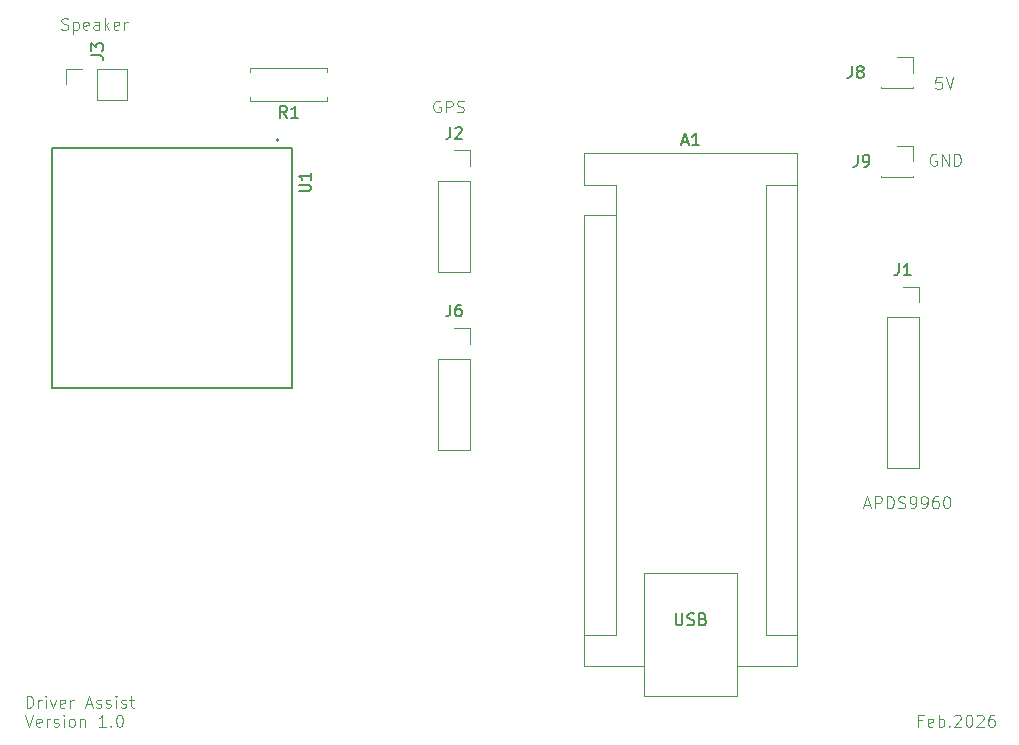
<source format=gbr>
%TF.GenerationSoftware,KiCad,Pcbnew,9.0.5*%
%TF.CreationDate,2026-02-14T18:46:13+01:00*%
%TF.ProjectId,DriveAssist_Kicad,44726976-6541-4737-9369-73745f4b6963,1.0*%
%TF.SameCoordinates,Original*%
%TF.FileFunction,Legend,Top*%
%TF.FilePolarity,Positive*%
%FSLAX46Y46*%
G04 Gerber Fmt 4.6, Leading zero omitted, Abs format (unit mm)*
G04 Created by KiCad (PCBNEW 9.0.5) date 2026-02-14 18:46:13*
%MOMM*%
%LPD*%
G01*
G04 APERTURE LIST*
%ADD10C,0.100000*%
%ADD11C,0.150000*%
%ADD12C,0.120000*%
%ADD13C,0.127000*%
%ADD14C,0.200000*%
G04 APERTURE END LIST*
D10*
X113756265Y-69324800D02*
X113899122Y-69372419D01*
X113899122Y-69372419D02*
X114137217Y-69372419D01*
X114137217Y-69372419D02*
X114232455Y-69324800D01*
X114232455Y-69324800D02*
X114280074Y-69277180D01*
X114280074Y-69277180D02*
X114327693Y-69181942D01*
X114327693Y-69181942D02*
X114327693Y-69086704D01*
X114327693Y-69086704D02*
X114280074Y-68991466D01*
X114280074Y-68991466D02*
X114232455Y-68943847D01*
X114232455Y-68943847D02*
X114137217Y-68896228D01*
X114137217Y-68896228D02*
X113946741Y-68848609D01*
X113946741Y-68848609D02*
X113851503Y-68800990D01*
X113851503Y-68800990D02*
X113803884Y-68753371D01*
X113803884Y-68753371D02*
X113756265Y-68658133D01*
X113756265Y-68658133D02*
X113756265Y-68562895D01*
X113756265Y-68562895D02*
X113803884Y-68467657D01*
X113803884Y-68467657D02*
X113851503Y-68420038D01*
X113851503Y-68420038D02*
X113946741Y-68372419D01*
X113946741Y-68372419D02*
X114184836Y-68372419D01*
X114184836Y-68372419D02*
X114327693Y-68420038D01*
X114756265Y-68705752D02*
X114756265Y-69705752D01*
X114756265Y-68753371D02*
X114851503Y-68705752D01*
X114851503Y-68705752D02*
X115041979Y-68705752D01*
X115041979Y-68705752D02*
X115137217Y-68753371D01*
X115137217Y-68753371D02*
X115184836Y-68800990D01*
X115184836Y-68800990D02*
X115232455Y-68896228D01*
X115232455Y-68896228D02*
X115232455Y-69181942D01*
X115232455Y-69181942D02*
X115184836Y-69277180D01*
X115184836Y-69277180D02*
X115137217Y-69324800D01*
X115137217Y-69324800D02*
X115041979Y-69372419D01*
X115041979Y-69372419D02*
X114851503Y-69372419D01*
X114851503Y-69372419D02*
X114756265Y-69324800D01*
X116041979Y-69324800D02*
X115946741Y-69372419D01*
X115946741Y-69372419D02*
X115756265Y-69372419D01*
X115756265Y-69372419D02*
X115661027Y-69324800D01*
X115661027Y-69324800D02*
X115613408Y-69229561D01*
X115613408Y-69229561D02*
X115613408Y-68848609D01*
X115613408Y-68848609D02*
X115661027Y-68753371D01*
X115661027Y-68753371D02*
X115756265Y-68705752D01*
X115756265Y-68705752D02*
X115946741Y-68705752D01*
X115946741Y-68705752D02*
X116041979Y-68753371D01*
X116041979Y-68753371D02*
X116089598Y-68848609D01*
X116089598Y-68848609D02*
X116089598Y-68943847D01*
X116089598Y-68943847D02*
X115613408Y-69039085D01*
X116946741Y-69372419D02*
X116946741Y-68848609D01*
X116946741Y-68848609D02*
X116899122Y-68753371D01*
X116899122Y-68753371D02*
X116803884Y-68705752D01*
X116803884Y-68705752D02*
X116613408Y-68705752D01*
X116613408Y-68705752D02*
X116518170Y-68753371D01*
X116946741Y-69324800D02*
X116851503Y-69372419D01*
X116851503Y-69372419D02*
X116613408Y-69372419D01*
X116613408Y-69372419D02*
X116518170Y-69324800D01*
X116518170Y-69324800D02*
X116470551Y-69229561D01*
X116470551Y-69229561D02*
X116470551Y-69134323D01*
X116470551Y-69134323D02*
X116518170Y-69039085D01*
X116518170Y-69039085D02*
X116613408Y-68991466D01*
X116613408Y-68991466D02*
X116851503Y-68991466D01*
X116851503Y-68991466D02*
X116946741Y-68943847D01*
X117422932Y-69372419D02*
X117422932Y-68372419D01*
X117518170Y-68991466D02*
X117803884Y-69372419D01*
X117803884Y-68705752D02*
X117422932Y-69086704D01*
X118613408Y-69324800D02*
X118518170Y-69372419D01*
X118518170Y-69372419D02*
X118327694Y-69372419D01*
X118327694Y-69372419D02*
X118232456Y-69324800D01*
X118232456Y-69324800D02*
X118184837Y-69229561D01*
X118184837Y-69229561D02*
X118184837Y-68848609D01*
X118184837Y-68848609D02*
X118232456Y-68753371D01*
X118232456Y-68753371D02*
X118327694Y-68705752D01*
X118327694Y-68705752D02*
X118518170Y-68705752D01*
X118518170Y-68705752D02*
X118613408Y-68753371D01*
X118613408Y-68753371D02*
X118661027Y-68848609D01*
X118661027Y-68848609D02*
X118661027Y-68943847D01*
X118661027Y-68943847D02*
X118184837Y-69039085D01*
X119089599Y-69372419D02*
X119089599Y-68705752D01*
X119089599Y-68896228D02*
X119137218Y-68800990D01*
X119137218Y-68800990D02*
X119184837Y-68753371D01*
X119184837Y-68753371D02*
X119280075Y-68705752D01*
X119280075Y-68705752D02*
X119375313Y-68705752D01*
X187827693Y-79920038D02*
X187732455Y-79872419D01*
X187732455Y-79872419D02*
X187589598Y-79872419D01*
X187589598Y-79872419D02*
X187446741Y-79920038D01*
X187446741Y-79920038D02*
X187351503Y-80015276D01*
X187351503Y-80015276D02*
X187303884Y-80110514D01*
X187303884Y-80110514D02*
X187256265Y-80300990D01*
X187256265Y-80300990D02*
X187256265Y-80443847D01*
X187256265Y-80443847D02*
X187303884Y-80634323D01*
X187303884Y-80634323D02*
X187351503Y-80729561D01*
X187351503Y-80729561D02*
X187446741Y-80824800D01*
X187446741Y-80824800D02*
X187589598Y-80872419D01*
X187589598Y-80872419D02*
X187684836Y-80872419D01*
X187684836Y-80872419D02*
X187827693Y-80824800D01*
X187827693Y-80824800D02*
X187875312Y-80777180D01*
X187875312Y-80777180D02*
X187875312Y-80443847D01*
X187875312Y-80443847D02*
X187684836Y-80443847D01*
X188303884Y-80872419D02*
X188303884Y-79872419D01*
X188303884Y-79872419D02*
X188875312Y-80872419D01*
X188875312Y-80872419D02*
X188875312Y-79872419D01*
X189351503Y-80872419D02*
X189351503Y-79872419D01*
X189351503Y-79872419D02*
X189589598Y-79872419D01*
X189589598Y-79872419D02*
X189732455Y-79920038D01*
X189732455Y-79920038D02*
X189827693Y-80015276D01*
X189827693Y-80015276D02*
X189875312Y-80110514D01*
X189875312Y-80110514D02*
X189922931Y-80300990D01*
X189922931Y-80300990D02*
X189922931Y-80443847D01*
X189922931Y-80443847D02*
X189875312Y-80634323D01*
X189875312Y-80634323D02*
X189827693Y-80729561D01*
X189827693Y-80729561D02*
X189732455Y-80824800D01*
X189732455Y-80824800D02*
X189589598Y-80872419D01*
X189589598Y-80872419D02*
X189351503Y-80872419D01*
X188280074Y-73372419D02*
X187803884Y-73372419D01*
X187803884Y-73372419D02*
X187756265Y-73848609D01*
X187756265Y-73848609D02*
X187803884Y-73800990D01*
X187803884Y-73800990D02*
X187899122Y-73753371D01*
X187899122Y-73753371D02*
X188137217Y-73753371D01*
X188137217Y-73753371D02*
X188232455Y-73800990D01*
X188232455Y-73800990D02*
X188280074Y-73848609D01*
X188280074Y-73848609D02*
X188327693Y-73943847D01*
X188327693Y-73943847D02*
X188327693Y-74181942D01*
X188327693Y-74181942D02*
X188280074Y-74277180D01*
X188280074Y-74277180D02*
X188232455Y-74324800D01*
X188232455Y-74324800D02*
X188137217Y-74372419D01*
X188137217Y-74372419D02*
X187899122Y-74372419D01*
X187899122Y-74372419D02*
X187803884Y-74324800D01*
X187803884Y-74324800D02*
X187756265Y-74277180D01*
X188613408Y-73372419D02*
X188946741Y-74372419D01*
X188946741Y-74372419D02*
X189280074Y-73372419D01*
X181756265Y-109586704D02*
X182232455Y-109586704D01*
X181661027Y-109872419D02*
X181994360Y-108872419D01*
X181994360Y-108872419D02*
X182327693Y-109872419D01*
X182661027Y-109872419D02*
X182661027Y-108872419D01*
X182661027Y-108872419D02*
X183041979Y-108872419D01*
X183041979Y-108872419D02*
X183137217Y-108920038D01*
X183137217Y-108920038D02*
X183184836Y-108967657D01*
X183184836Y-108967657D02*
X183232455Y-109062895D01*
X183232455Y-109062895D02*
X183232455Y-109205752D01*
X183232455Y-109205752D02*
X183184836Y-109300990D01*
X183184836Y-109300990D02*
X183137217Y-109348609D01*
X183137217Y-109348609D02*
X183041979Y-109396228D01*
X183041979Y-109396228D02*
X182661027Y-109396228D01*
X183661027Y-109872419D02*
X183661027Y-108872419D01*
X183661027Y-108872419D02*
X183899122Y-108872419D01*
X183899122Y-108872419D02*
X184041979Y-108920038D01*
X184041979Y-108920038D02*
X184137217Y-109015276D01*
X184137217Y-109015276D02*
X184184836Y-109110514D01*
X184184836Y-109110514D02*
X184232455Y-109300990D01*
X184232455Y-109300990D02*
X184232455Y-109443847D01*
X184232455Y-109443847D02*
X184184836Y-109634323D01*
X184184836Y-109634323D02*
X184137217Y-109729561D01*
X184137217Y-109729561D02*
X184041979Y-109824800D01*
X184041979Y-109824800D02*
X183899122Y-109872419D01*
X183899122Y-109872419D02*
X183661027Y-109872419D01*
X184613408Y-109824800D02*
X184756265Y-109872419D01*
X184756265Y-109872419D02*
X184994360Y-109872419D01*
X184994360Y-109872419D02*
X185089598Y-109824800D01*
X185089598Y-109824800D02*
X185137217Y-109777180D01*
X185137217Y-109777180D02*
X185184836Y-109681942D01*
X185184836Y-109681942D02*
X185184836Y-109586704D01*
X185184836Y-109586704D02*
X185137217Y-109491466D01*
X185137217Y-109491466D02*
X185089598Y-109443847D01*
X185089598Y-109443847D02*
X184994360Y-109396228D01*
X184994360Y-109396228D02*
X184803884Y-109348609D01*
X184803884Y-109348609D02*
X184708646Y-109300990D01*
X184708646Y-109300990D02*
X184661027Y-109253371D01*
X184661027Y-109253371D02*
X184613408Y-109158133D01*
X184613408Y-109158133D02*
X184613408Y-109062895D01*
X184613408Y-109062895D02*
X184661027Y-108967657D01*
X184661027Y-108967657D02*
X184708646Y-108920038D01*
X184708646Y-108920038D02*
X184803884Y-108872419D01*
X184803884Y-108872419D02*
X185041979Y-108872419D01*
X185041979Y-108872419D02*
X185184836Y-108920038D01*
X185661027Y-109872419D02*
X185851503Y-109872419D01*
X185851503Y-109872419D02*
X185946741Y-109824800D01*
X185946741Y-109824800D02*
X185994360Y-109777180D01*
X185994360Y-109777180D02*
X186089598Y-109634323D01*
X186089598Y-109634323D02*
X186137217Y-109443847D01*
X186137217Y-109443847D02*
X186137217Y-109062895D01*
X186137217Y-109062895D02*
X186089598Y-108967657D01*
X186089598Y-108967657D02*
X186041979Y-108920038D01*
X186041979Y-108920038D02*
X185946741Y-108872419D01*
X185946741Y-108872419D02*
X185756265Y-108872419D01*
X185756265Y-108872419D02*
X185661027Y-108920038D01*
X185661027Y-108920038D02*
X185613408Y-108967657D01*
X185613408Y-108967657D02*
X185565789Y-109062895D01*
X185565789Y-109062895D02*
X185565789Y-109300990D01*
X185565789Y-109300990D02*
X185613408Y-109396228D01*
X185613408Y-109396228D02*
X185661027Y-109443847D01*
X185661027Y-109443847D02*
X185756265Y-109491466D01*
X185756265Y-109491466D02*
X185946741Y-109491466D01*
X185946741Y-109491466D02*
X186041979Y-109443847D01*
X186041979Y-109443847D02*
X186089598Y-109396228D01*
X186089598Y-109396228D02*
X186137217Y-109300990D01*
X186613408Y-109872419D02*
X186803884Y-109872419D01*
X186803884Y-109872419D02*
X186899122Y-109824800D01*
X186899122Y-109824800D02*
X186946741Y-109777180D01*
X186946741Y-109777180D02*
X187041979Y-109634323D01*
X187041979Y-109634323D02*
X187089598Y-109443847D01*
X187089598Y-109443847D02*
X187089598Y-109062895D01*
X187089598Y-109062895D02*
X187041979Y-108967657D01*
X187041979Y-108967657D02*
X186994360Y-108920038D01*
X186994360Y-108920038D02*
X186899122Y-108872419D01*
X186899122Y-108872419D02*
X186708646Y-108872419D01*
X186708646Y-108872419D02*
X186613408Y-108920038D01*
X186613408Y-108920038D02*
X186565789Y-108967657D01*
X186565789Y-108967657D02*
X186518170Y-109062895D01*
X186518170Y-109062895D02*
X186518170Y-109300990D01*
X186518170Y-109300990D02*
X186565789Y-109396228D01*
X186565789Y-109396228D02*
X186613408Y-109443847D01*
X186613408Y-109443847D02*
X186708646Y-109491466D01*
X186708646Y-109491466D02*
X186899122Y-109491466D01*
X186899122Y-109491466D02*
X186994360Y-109443847D01*
X186994360Y-109443847D02*
X187041979Y-109396228D01*
X187041979Y-109396228D02*
X187089598Y-109300990D01*
X187946741Y-108872419D02*
X187756265Y-108872419D01*
X187756265Y-108872419D02*
X187661027Y-108920038D01*
X187661027Y-108920038D02*
X187613408Y-108967657D01*
X187613408Y-108967657D02*
X187518170Y-109110514D01*
X187518170Y-109110514D02*
X187470551Y-109300990D01*
X187470551Y-109300990D02*
X187470551Y-109681942D01*
X187470551Y-109681942D02*
X187518170Y-109777180D01*
X187518170Y-109777180D02*
X187565789Y-109824800D01*
X187565789Y-109824800D02*
X187661027Y-109872419D01*
X187661027Y-109872419D02*
X187851503Y-109872419D01*
X187851503Y-109872419D02*
X187946741Y-109824800D01*
X187946741Y-109824800D02*
X187994360Y-109777180D01*
X187994360Y-109777180D02*
X188041979Y-109681942D01*
X188041979Y-109681942D02*
X188041979Y-109443847D01*
X188041979Y-109443847D02*
X187994360Y-109348609D01*
X187994360Y-109348609D02*
X187946741Y-109300990D01*
X187946741Y-109300990D02*
X187851503Y-109253371D01*
X187851503Y-109253371D02*
X187661027Y-109253371D01*
X187661027Y-109253371D02*
X187565789Y-109300990D01*
X187565789Y-109300990D02*
X187518170Y-109348609D01*
X187518170Y-109348609D02*
X187470551Y-109443847D01*
X188661027Y-108872419D02*
X188756265Y-108872419D01*
X188756265Y-108872419D02*
X188851503Y-108920038D01*
X188851503Y-108920038D02*
X188899122Y-108967657D01*
X188899122Y-108967657D02*
X188946741Y-109062895D01*
X188946741Y-109062895D02*
X188994360Y-109253371D01*
X188994360Y-109253371D02*
X188994360Y-109491466D01*
X188994360Y-109491466D02*
X188946741Y-109681942D01*
X188946741Y-109681942D02*
X188899122Y-109777180D01*
X188899122Y-109777180D02*
X188851503Y-109824800D01*
X188851503Y-109824800D02*
X188756265Y-109872419D01*
X188756265Y-109872419D02*
X188661027Y-109872419D01*
X188661027Y-109872419D02*
X188565789Y-109824800D01*
X188565789Y-109824800D02*
X188518170Y-109777180D01*
X188518170Y-109777180D02*
X188470551Y-109681942D01*
X188470551Y-109681942D02*
X188422932Y-109491466D01*
X188422932Y-109491466D02*
X188422932Y-109253371D01*
X188422932Y-109253371D02*
X188470551Y-109062895D01*
X188470551Y-109062895D02*
X188518170Y-108967657D01*
X188518170Y-108967657D02*
X188565789Y-108920038D01*
X188565789Y-108920038D02*
X188661027Y-108872419D01*
X145827693Y-75420038D02*
X145732455Y-75372419D01*
X145732455Y-75372419D02*
X145589598Y-75372419D01*
X145589598Y-75372419D02*
X145446741Y-75420038D01*
X145446741Y-75420038D02*
X145351503Y-75515276D01*
X145351503Y-75515276D02*
X145303884Y-75610514D01*
X145303884Y-75610514D02*
X145256265Y-75800990D01*
X145256265Y-75800990D02*
X145256265Y-75943847D01*
X145256265Y-75943847D02*
X145303884Y-76134323D01*
X145303884Y-76134323D02*
X145351503Y-76229561D01*
X145351503Y-76229561D02*
X145446741Y-76324800D01*
X145446741Y-76324800D02*
X145589598Y-76372419D01*
X145589598Y-76372419D02*
X145684836Y-76372419D01*
X145684836Y-76372419D02*
X145827693Y-76324800D01*
X145827693Y-76324800D02*
X145875312Y-76277180D01*
X145875312Y-76277180D02*
X145875312Y-75943847D01*
X145875312Y-75943847D02*
X145684836Y-75943847D01*
X146303884Y-76372419D02*
X146303884Y-75372419D01*
X146303884Y-75372419D02*
X146684836Y-75372419D01*
X146684836Y-75372419D02*
X146780074Y-75420038D01*
X146780074Y-75420038D02*
X146827693Y-75467657D01*
X146827693Y-75467657D02*
X146875312Y-75562895D01*
X146875312Y-75562895D02*
X146875312Y-75705752D01*
X146875312Y-75705752D02*
X146827693Y-75800990D01*
X146827693Y-75800990D02*
X146780074Y-75848609D01*
X146780074Y-75848609D02*
X146684836Y-75896228D01*
X146684836Y-75896228D02*
X146303884Y-75896228D01*
X147256265Y-76324800D02*
X147399122Y-76372419D01*
X147399122Y-76372419D02*
X147637217Y-76372419D01*
X147637217Y-76372419D02*
X147732455Y-76324800D01*
X147732455Y-76324800D02*
X147780074Y-76277180D01*
X147780074Y-76277180D02*
X147827693Y-76181942D01*
X147827693Y-76181942D02*
X147827693Y-76086704D01*
X147827693Y-76086704D02*
X147780074Y-75991466D01*
X147780074Y-75991466D02*
X147732455Y-75943847D01*
X147732455Y-75943847D02*
X147637217Y-75896228D01*
X147637217Y-75896228D02*
X147446741Y-75848609D01*
X147446741Y-75848609D02*
X147351503Y-75800990D01*
X147351503Y-75800990D02*
X147303884Y-75753371D01*
X147303884Y-75753371D02*
X147256265Y-75658133D01*
X147256265Y-75658133D02*
X147256265Y-75562895D01*
X147256265Y-75562895D02*
X147303884Y-75467657D01*
X147303884Y-75467657D02*
X147351503Y-75420038D01*
X147351503Y-75420038D02*
X147446741Y-75372419D01*
X147446741Y-75372419D02*
X147684836Y-75372419D01*
X147684836Y-75372419D02*
X147827693Y-75420038D01*
X186637217Y-127848609D02*
X186303884Y-127848609D01*
X186303884Y-128372419D02*
X186303884Y-127372419D01*
X186303884Y-127372419D02*
X186780074Y-127372419D01*
X187541979Y-128324800D02*
X187446741Y-128372419D01*
X187446741Y-128372419D02*
X187256265Y-128372419D01*
X187256265Y-128372419D02*
X187161027Y-128324800D01*
X187161027Y-128324800D02*
X187113408Y-128229561D01*
X187113408Y-128229561D02*
X187113408Y-127848609D01*
X187113408Y-127848609D02*
X187161027Y-127753371D01*
X187161027Y-127753371D02*
X187256265Y-127705752D01*
X187256265Y-127705752D02*
X187446741Y-127705752D01*
X187446741Y-127705752D02*
X187541979Y-127753371D01*
X187541979Y-127753371D02*
X187589598Y-127848609D01*
X187589598Y-127848609D02*
X187589598Y-127943847D01*
X187589598Y-127943847D02*
X187113408Y-128039085D01*
X188018170Y-128372419D02*
X188018170Y-127372419D01*
X188018170Y-127753371D02*
X188113408Y-127705752D01*
X188113408Y-127705752D02*
X188303884Y-127705752D01*
X188303884Y-127705752D02*
X188399122Y-127753371D01*
X188399122Y-127753371D02*
X188446741Y-127800990D01*
X188446741Y-127800990D02*
X188494360Y-127896228D01*
X188494360Y-127896228D02*
X188494360Y-128181942D01*
X188494360Y-128181942D02*
X188446741Y-128277180D01*
X188446741Y-128277180D02*
X188399122Y-128324800D01*
X188399122Y-128324800D02*
X188303884Y-128372419D01*
X188303884Y-128372419D02*
X188113408Y-128372419D01*
X188113408Y-128372419D02*
X188018170Y-128324800D01*
X188922932Y-128277180D02*
X188970551Y-128324800D01*
X188970551Y-128324800D02*
X188922932Y-128372419D01*
X188922932Y-128372419D02*
X188875313Y-128324800D01*
X188875313Y-128324800D02*
X188922932Y-128277180D01*
X188922932Y-128277180D02*
X188922932Y-128372419D01*
X189351503Y-127467657D02*
X189399122Y-127420038D01*
X189399122Y-127420038D02*
X189494360Y-127372419D01*
X189494360Y-127372419D02*
X189732455Y-127372419D01*
X189732455Y-127372419D02*
X189827693Y-127420038D01*
X189827693Y-127420038D02*
X189875312Y-127467657D01*
X189875312Y-127467657D02*
X189922931Y-127562895D01*
X189922931Y-127562895D02*
X189922931Y-127658133D01*
X189922931Y-127658133D02*
X189875312Y-127800990D01*
X189875312Y-127800990D02*
X189303884Y-128372419D01*
X189303884Y-128372419D02*
X189922931Y-128372419D01*
X190541979Y-127372419D02*
X190637217Y-127372419D01*
X190637217Y-127372419D02*
X190732455Y-127420038D01*
X190732455Y-127420038D02*
X190780074Y-127467657D01*
X190780074Y-127467657D02*
X190827693Y-127562895D01*
X190827693Y-127562895D02*
X190875312Y-127753371D01*
X190875312Y-127753371D02*
X190875312Y-127991466D01*
X190875312Y-127991466D02*
X190827693Y-128181942D01*
X190827693Y-128181942D02*
X190780074Y-128277180D01*
X190780074Y-128277180D02*
X190732455Y-128324800D01*
X190732455Y-128324800D02*
X190637217Y-128372419D01*
X190637217Y-128372419D02*
X190541979Y-128372419D01*
X190541979Y-128372419D02*
X190446741Y-128324800D01*
X190446741Y-128324800D02*
X190399122Y-128277180D01*
X190399122Y-128277180D02*
X190351503Y-128181942D01*
X190351503Y-128181942D02*
X190303884Y-127991466D01*
X190303884Y-127991466D02*
X190303884Y-127753371D01*
X190303884Y-127753371D02*
X190351503Y-127562895D01*
X190351503Y-127562895D02*
X190399122Y-127467657D01*
X190399122Y-127467657D02*
X190446741Y-127420038D01*
X190446741Y-127420038D02*
X190541979Y-127372419D01*
X191256265Y-127467657D02*
X191303884Y-127420038D01*
X191303884Y-127420038D02*
X191399122Y-127372419D01*
X191399122Y-127372419D02*
X191637217Y-127372419D01*
X191637217Y-127372419D02*
X191732455Y-127420038D01*
X191732455Y-127420038D02*
X191780074Y-127467657D01*
X191780074Y-127467657D02*
X191827693Y-127562895D01*
X191827693Y-127562895D02*
X191827693Y-127658133D01*
X191827693Y-127658133D02*
X191780074Y-127800990D01*
X191780074Y-127800990D02*
X191208646Y-128372419D01*
X191208646Y-128372419D02*
X191827693Y-128372419D01*
X192684836Y-127372419D02*
X192494360Y-127372419D01*
X192494360Y-127372419D02*
X192399122Y-127420038D01*
X192399122Y-127420038D02*
X192351503Y-127467657D01*
X192351503Y-127467657D02*
X192256265Y-127610514D01*
X192256265Y-127610514D02*
X192208646Y-127800990D01*
X192208646Y-127800990D02*
X192208646Y-128181942D01*
X192208646Y-128181942D02*
X192256265Y-128277180D01*
X192256265Y-128277180D02*
X192303884Y-128324800D01*
X192303884Y-128324800D02*
X192399122Y-128372419D01*
X192399122Y-128372419D02*
X192589598Y-128372419D01*
X192589598Y-128372419D02*
X192684836Y-128324800D01*
X192684836Y-128324800D02*
X192732455Y-128277180D01*
X192732455Y-128277180D02*
X192780074Y-128181942D01*
X192780074Y-128181942D02*
X192780074Y-127943847D01*
X192780074Y-127943847D02*
X192732455Y-127848609D01*
X192732455Y-127848609D02*
X192684836Y-127800990D01*
X192684836Y-127800990D02*
X192589598Y-127753371D01*
X192589598Y-127753371D02*
X192399122Y-127753371D01*
X192399122Y-127753371D02*
X192303884Y-127800990D01*
X192303884Y-127800990D02*
X192256265Y-127848609D01*
X192256265Y-127848609D02*
X192208646Y-127943847D01*
X110803884Y-126762475D02*
X110803884Y-125762475D01*
X110803884Y-125762475D02*
X111041979Y-125762475D01*
X111041979Y-125762475D02*
X111184836Y-125810094D01*
X111184836Y-125810094D02*
X111280074Y-125905332D01*
X111280074Y-125905332D02*
X111327693Y-126000570D01*
X111327693Y-126000570D02*
X111375312Y-126191046D01*
X111375312Y-126191046D02*
X111375312Y-126333903D01*
X111375312Y-126333903D02*
X111327693Y-126524379D01*
X111327693Y-126524379D02*
X111280074Y-126619617D01*
X111280074Y-126619617D02*
X111184836Y-126714856D01*
X111184836Y-126714856D02*
X111041979Y-126762475D01*
X111041979Y-126762475D02*
X110803884Y-126762475D01*
X111803884Y-126762475D02*
X111803884Y-126095808D01*
X111803884Y-126286284D02*
X111851503Y-126191046D01*
X111851503Y-126191046D02*
X111899122Y-126143427D01*
X111899122Y-126143427D02*
X111994360Y-126095808D01*
X111994360Y-126095808D02*
X112089598Y-126095808D01*
X112422932Y-126762475D02*
X112422932Y-126095808D01*
X112422932Y-125762475D02*
X112375313Y-125810094D01*
X112375313Y-125810094D02*
X112422932Y-125857713D01*
X112422932Y-125857713D02*
X112470551Y-125810094D01*
X112470551Y-125810094D02*
X112422932Y-125762475D01*
X112422932Y-125762475D02*
X112422932Y-125857713D01*
X112803884Y-126095808D02*
X113041979Y-126762475D01*
X113041979Y-126762475D02*
X113280074Y-126095808D01*
X114041979Y-126714856D02*
X113946741Y-126762475D01*
X113946741Y-126762475D02*
X113756265Y-126762475D01*
X113756265Y-126762475D02*
X113661027Y-126714856D01*
X113661027Y-126714856D02*
X113613408Y-126619617D01*
X113613408Y-126619617D02*
X113613408Y-126238665D01*
X113613408Y-126238665D02*
X113661027Y-126143427D01*
X113661027Y-126143427D02*
X113756265Y-126095808D01*
X113756265Y-126095808D02*
X113946741Y-126095808D01*
X113946741Y-126095808D02*
X114041979Y-126143427D01*
X114041979Y-126143427D02*
X114089598Y-126238665D01*
X114089598Y-126238665D02*
X114089598Y-126333903D01*
X114089598Y-126333903D02*
X113613408Y-126429141D01*
X114518170Y-126762475D02*
X114518170Y-126095808D01*
X114518170Y-126286284D02*
X114565789Y-126191046D01*
X114565789Y-126191046D02*
X114613408Y-126143427D01*
X114613408Y-126143427D02*
X114708646Y-126095808D01*
X114708646Y-126095808D02*
X114803884Y-126095808D01*
X115851504Y-126476760D02*
X116327694Y-126476760D01*
X115756266Y-126762475D02*
X116089599Y-125762475D01*
X116089599Y-125762475D02*
X116422932Y-126762475D01*
X116708647Y-126714856D02*
X116803885Y-126762475D01*
X116803885Y-126762475D02*
X116994361Y-126762475D01*
X116994361Y-126762475D02*
X117089599Y-126714856D01*
X117089599Y-126714856D02*
X117137218Y-126619617D01*
X117137218Y-126619617D02*
X117137218Y-126571998D01*
X117137218Y-126571998D02*
X117089599Y-126476760D01*
X117089599Y-126476760D02*
X116994361Y-126429141D01*
X116994361Y-126429141D02*
X116851504Y-126429141D01*
X116851504Y-126429141D02*
X116756266Y-126381522D01*
X116756266Y-126381522D02*
X116708647Y-126286284D01*
X116708647Y-126286284D02*
X116708647Y-126238665D01*
X116708647Y-126238665D02*
X116756266Y-126143427D01*
X116756266Y-126143427D02*
X116851504Y-126095808D01*
X116851504Y-126095808D02*
X116994361Y-126095808D01*
X116994361Y-126095808D02*
X117089599Y-126143427D01*
X117518171Y-126714856D02*
X117613409Y-126762475D01*
X117613409Y-126762475D02*
X117803885Y-126762475D01*
X117803885Y-126762475D02*
X117899123Y-126714856D01*
X117899123Y-126714856D02*
X117946742Y-126619617D01*
X117946742Y-126619617D02*
X117946742Y-126571998D01*
X117946742Y-126571998D02*
X117899123Y-126476760D01*
X117899123Y-126476760D02*
X117803885Y-126429141D01*
X117803885Y-126429141D02*
X117661028Y-126429141D01*
X117661028Y-126429141D02*
X117565790Y-126381522D01*
X117565790Y-126381522D02*
X117518171Y-126286284D01*
X117518171Y-126286284D02*
X117518171Y-126238665D01*
X117518171Y-126238665D02*
X117565790Y-126143427D01*
X117565790Y-126143427D02*
X117661028Y-126095808D01*
X117661028Y-126095808D02*
X117803885Y-126095808D01*
X117803885Y-126095808D02*
X117899123Y-126143427D01*
X118375314Y-126762475D02*
X118375314Y-126095808D01*
X118375314Y-125762475D02*
X118327695Y-125810094D01*
X118327695Y-125810094D02*
X118375314Y-125857713D01*
X118375314Y-125857713D02*
X118422933Y-125810094D01*
X118422933Y-125810094D02*
X118375314Y-125762475D01*
X118375314Y-125762475D02*
X118375314Y-125857713D01*
X118803885Y-126714856D02*
X118899123Y-126762475D01*
X118899123Y-126762475D02*
X119089599Y-126762475D01*
X119089599Y-126762475D02*
X119184837Y-126714856D01*
X119184837Y-126714856D02*
X119232456Y-126619617D01*
X119232456Y-126619617D02*
X119232456Y-126571998D01*
X119232456Y-126571998D02*
X119184837Y-126476760D01*
X119184837Y-126476760D02*
X119089599Y-126429141D01*
X119089599Y-126429141D02*
X118946742Y-126429141D01*
X118946742Y-126429141D02*
X118851504Y-126381522D01*
X118851504Y-126381522D02*
X118803885Y-126286284D01*
X118803885Y-126286284D02*
X118803885Y-126238665D01*
X118803885Y-126238665D02*
X118851504Y-126143427D01*
X118851504Y-126143427D02*
X118946742Y-126095808D01*
X118946742Y-126095808D02*
X119089599Y-126095808D01*
X119089599Y-126095808D02*
X119184837Y-126143427D01*
X119518171Y-126095808D02*
X119899123Y-126095808D01*
X119661028Y-125762475D02*
X119661028Y-126619617D01*
X119661028Y-126619617D02*
X119708647Y-126714856D01*
X119708647Y-126714856D02*
X119803885Y-126762475D01*
X119803885Y-126762475D02*
X119899123Y-126762475D01*
X110661027Y-127372419D02*
X110994360Y-128372419D01*
X110994360Y-128372419D02*
X111327693Y-127372419D01*
X112041979Y-128324800D02*
X111946741Y-128372419D01*
X111946741Y-128372419D02*
X111756265Y-128372419D01*
X111756265Y-128372419D02*
X111661027Y-128324800D01*
X111661027Y-128324800D02*
X111613408Y-128229561D01*
X111613408Y-128229561D02*
X111613408Y-127848609D01*
X111613408Y-127848609D02*
X111661027Y-127753371D01*
X111661027Y-127753371D02*
X111756265Y-127705752D01*
X111756265Y-127705752D02*
X111946741Y-127705752D01*
X111946741Y-127705752D02*
X112041979Y-127753371D01*
X112041979Y-127753371D02*
X112089598Y-127848609D01*
X112089598Y-127848609D02*
X112089598Y-127943847D01*
X112089598Y-127943847D02*
X111613408Y-128039085D01*
X112518170Y-128372419D02*
X112518170Y-127705752D01*
X112518170Y-127896228D02*
X112565789Y-127800990D01*
X112565789Y-127800990D02*
X112613408Y-127753371D01*
X112613408Y-127753371D02*
X112708646Y-127705752D01*
X112708646Y-127705752D02*
X112803884Y-127705752D01*
X113089599Y-128324800D02*
X113184837Y-128372419D01*
X113184837Y-128372419D02*
X113375313Y-128372419D01*
X113375313Y-128372419D02*
X113470551Y-128324800D01*
X113470551Y-128324800D02*
X113518170Y-128229561D01*
X113518170Y-128229561D02*
X113518170Y-128181942D01*
X113518170Y-128181942D02*
X113470551Y-128086704D01*
X113470551Y-128086704D02*
X113375313Y-128039085D01*
X113375313Y-128039085D02*
X113232456Y-128039085D01*
X113232456Y-128039085D02*
X113137218Y-127991466D01*
X113137218Y-127991466D02*
X113089599Y-127896228D01*
X113089599Y-127896228D02*
X113089599Y-127848609D01*
X113089599Y-127848609D02*
X113137218Y-127753371D01*
X113137218Y-127753371D02*
X113232456Y-127705752D01*
X113232456Y-127705752D02*
X113375313Y-127705752D01*
X113375313Y-127705752D02*
X113470551Y-127753371D01*
X113946742Y-128372419D02*
X113946742Y-127705752D01*
X113946742Y-127372419D02*
X113899123Y-127420038D01*
X113899123Y-127420038D02*
X113946742Y-127467657D01*
X113946742Y-127467657D02*
X113994361Y-127420038D01*
X113994361Y-127420038D02*
X113946742Y-127372419D01*
X113946742Y-127372419D02*
X113946742Y-127467657D01*
X114565789Y-128372419D02*
X114470551Y-128324800D01*
X114470551Y-128324800D02*
X114422932Y-128277180D01*
X114422932Y-128277180D02*
X114375313Y-128181942D01*
X114375313Y-128181942D02*
X114375313Y-127896228D01*
X114375313Y-127896228D02*
X114422932Y-127800990D01*
X114422932Y-127800990D02*
X114470551Y-127753371D01*
X114470551Y-127753371D02*
X114565789Y-127705752D01*
X114565789Y-127705752D02*
X114708646Y-127705752D01*
X114708646Y-127705752D02*
X114803884Y-127753371D01*
X114803884Y-127753371D02*
X114851503Y-127800990D01*
X114851503Y-127800990D02*
X114899122Y-127896228D01*
X114899122Y-127896228D02*
X114899122Y-128181942D01*
X114899122Y-128181942D02*
X114851503Y-128277180D01*
X114851503Y-128277180D02*
X114803884Y-128324800D01*
X114803884Y-128324800D02*
X114708646Y-128372419D01*
X114708646Y-128372419D02*
X114565789Y-128372419D01*
X115327694Y-127705752D02*
X115327694Y-128372419D01*
X115327694Y-127800990D02*
X115375313Y-127753371D01*
X115375313Y-127753371D02*
X115470551Y-127705752D01*
X115470551Y-127705752D02*
X115613408Y-127705752D01*
X115613408Y-127705752D02*
X115708646Y-127753371D01*
X115708646Y-127753371D02*
X115756265Y-127848609D01*
X115756265Y-127848609D02*
X115756265Y-128372419D01*
X117518170Y-128372419D02*
X116946742Y-128372419D01*
X117232456Y-128372419D02*
X117232456Y-127372419D01*
X117232456Y-127372419D02*
X117137218Y-127515276D01*
X117137218Y-127515276D02*
X117041980Y-127610514D01*
X117041980Y-127610514D02*
X116946742Y-127658133D01*
X117946742Y-128277180D02*
X117994361Y-128324800D01*
X117994361Y-128324800D02*
X117946742Y-128372419D01*
X117946742Y-128372419D02*
X117899123Y-128324800D01*
X117899123Y-128324800D02*
X117946742Y-128277180D01*
X117946742Y-128277180D02*
X117946742Y-128372419D01*
X118613408Y-127372419D02*
X118708646Y-127372419D01*
X118708646Y-127372419D02*
X118803884Y-127420038D01*
X118803884Y-127420038D02*
X118851503Y-127467657D01*
X118851503Y-127467657D02*
X118899122Y-127562895D01*
X118899122Y-127562895D02*
X118946741Y-127753371D01*
X118946741Y-127753371D02*
X118946741Y-127991466D01*
X118946741Y-127991466D02*
X118899122Y-128181942D01*
X118899122Y-128181942D02*
X118851503Y-128277180D01*
X118851503Y-128277180D02*
X118803884Y-128324800D01*
X118803884Y-128324800D02*
X118708646Y-128372419D01*
X118708646Y-128372419D02*
X118613408Y-128372419D01*
X118613408Y-128372419D02*
X118518170Y-128324800D01*
X118518170Y-128324800D02*
X118470551Y-128277180D01*
X118470551Y-128277180D02*
X118422932Y-128181942D01*
X118422932Y-128181942D02*
X118375313Y-127991466D01*
X118375313Y-127991466D02*
X118375313Y-127753371D01*
X118375313Y-127753371D02*
X118422932Y-127562895D01*
X118422932Y-127562895D02*
X118470551Y-127467657D01*
X118470551Y-127467657D02*
X118518170Y-127420038D01*
X118518170Y-127420038D02*
X118613408Y-127372419D01*
D11*
X146666666Y-77604819D02*
X146666666Y-78319104D01*
X146666666Y-78319104D02*
X146619047Y-78461961D01*
X146619047Y-78461961D02*
X146523809Y-78557200D01*
X146523809Y-78557200D02*
X146380952Y-78604819D01*
X146380952Y-78604819D02*
X146285714Y-78604819D01*
X147095238Y-77700057D02*
X147142857Y-77652438D01*
X147142857Y-77652438D02*
X147238095Y-77604819D01*
X147238095Y-77604819D02*
X147476190Y-77604819D01*
X147476190Y-77604819D02*
X147571428Y-77652438D01*
X147571428Y-77652438D02*
X147619047Y-77700057D01*
X147619047Y-77700057D02*
X147666666Y-77795295D01*
X147666666Y-77795295D02*
X147666666Y-77890533D01*
X147666666Y-77890533D02*
X147619047Y-78033390D01*
X147619047Y-78033390D02*
X147047619Y-78604819D01*
X147047619Y-78604819D02*
X147666666Y-78604819D01*
X166305714Y-78859104D02*
X166781904Y-78859104D01*
X166210476Y-79144819D02*
X166543809Y-78144819D01*
X166543809Y-78144819D02*
X166877142Y-79144819D01*
X167734285Y-79144819D02*
X167162857Y-79144819D01*
X167448571Y-79144819D02*
X167448571Y-78144819D01*
X167448571Y-78144819D02*
X167353333Y-78287676D01*
X167353333Y-78287676D02*
X167258095Y-78382914D01*
X167258095Y-78382914D02*
X167162857Y-78430533D01*
X165758095Y-118784819D02*
X165758095Y-119594342D01*
X165758095Y-119594342D02*
X165805714Y-119689580D01*
X165805714Y-119689580D02*
X165853333Y-119737200D01*
X165853333Y-119737200D02*
X165948571Y-119784819D01*
X165948571Y-119784819D02*
X166139047Y-119784819D01*
X166139047Y-119784819D02*
X166234285Y-119737200D01*
X166234285Y-119737200D02*
X166281904Y-119689580D01*
X166281904Y-119689580D02*
X166329523Y-119594342D01*
X166329523Y-119594342D02*
X166329523Y-118784819D01*
X166758095Y-119737200D02*
X166900952Y-119784819D01*
X166900952Y-119784819D02*
X167139047Y-119784819D01*
X167139047Y-119784819D02*
X167234285Y-119737200D01*
X167234285Y-119737200D02*
X167281904Y-119689580D01*
X167281904Y-119689580D02*
X167329523Y-119594342D01*
X167329523Y-119594342D02*
X167329523Y-119499104D01*
X167329523Y-119499104D02*
X167281904Y-119403866D01*
X167281904Y-119403866D02*
X167234285Y-119356247D01*
X167234285Y-119356247D02*
X167139047Y-119308628D01*
X167139047Y-119308628D02*
X166948571Y-119261009D01*
X166948571Y-119261009D02*
X166853333Y-119213390D01*
X166853333Y-119213390D02*
X166805714Y-119165771D01*
X166805714Y-119165771D02*
X166758095Y-119070533D01*
X166758095Y-119070533D02*
X166758095Y-118975295D01*
X166758095Y-118975295D02*
X166805714Y-118880057D01*
X166805714Y-118880057D02*
X166853333Y-118832438D01*
X166853333Y-118832438D02*
X166948571Y-118784819D01*
X166948571Y-118784819D02*
X167186666Y-118784819D01*
X167186666Y-118784819D02*
X167329523Y-118832438D01*
X168091428Y-119261009D02*
X168234285Y-119308628D01*
X168234285Y-119308628D02*
X168281904Y-119356247D01*
X168281904Y-119356247D02*
X168329523Y-119451485D01*
X168329523Y-119451485D02*
X168329523Y-119594342D01*
X168329523Y-119594342D02*
X168281904Y-119689580D01*
X168281904Y-119689580D02*
X168234285Y-119737200D01*
X168234285Y-119737200D02*
X168139047Y-119784819D01*
X168139047Y-119784819D02*
X167758095Y-119784819D01*
X167758095Y-119784819D02*
X167758095Y-118784819D01*
X167758095Y-118784819D02*
X168091428Y-118784819D01*
X168091428Y-118784819D02*
X168186666Y-118832438D01*
X168186666Y-118832438D02*
X168234285Y-118880057D01*
X168234285Y-118880057D02*
X168281904Y-118975295D01*
X168281904Y-118975295D02*
X168281904Y-119070533D01*
X168281904Y-119070533D02*
X168234285Y-119165771D01*
X168234285Y-119165771D02*
X168186666Y-119213390D01*
X168186666Y-119213390D02*
X168091428Y-119261009D01*
X168091428Y-119261009D02*
X167758095Y-119261009D01*
X181166666Y-79954819D02*
X181166666Y-80669104D01*
X181166666Y-80669104D02*
X181119047Y-80811961D01*
X181119047Y-80811961D02*
X181023809Y-80907200D01*
X181023809Y-80907200D02*
X180880952Y-80954819D01*
X180880952Y-80954819D02*
X180785714Y-80954819D01*
X181690476Y-80954819D02*
X181880952Y-80954819D01*
X181880952Y-80954819D02*
X181976190Y-80907200D01*
X181976190Y-80907200D02*
X182023809Y-80859580D01*
X182023809Y-80859580D02*
X182119047Y-80716723D01*
X182119047Y-80716723D02*
X182166666Y-80526247D01*
X182166666Y-80526247D02*
X182166666Y-80145295D01*
X182166666Y-80145295D02*
X182119047Y-80050057D01*
X182119047Y-80050057D02*
X182071428Y-80002438D01*
X182071428Y-80002438D02*
X181976190Y-79954819D01*
X181976190Y-79954819D02*
X181785714Y-79954819D01*
X181785714Y-79954819D02*
X181690476Y-80002438D01*
X181690476Y-80002438D02*
X181642857Y-80050057D01*
X181642857Y-80050057D02*
X181595238Y-80145295D01*
X181595238Y-80145295D02*
X181595238Y-80383390D01*
X181595238Y-80383390D02*
X181642857Y-80478628D01*
X181642857Y-80478628D02*
X181690476Y-80526247D01*
X181690476Y-80526247D02*
X181785714Y-80573866D01*
X181785714Y-80573866D02*
X181976190Y-80573866D01*
X181976190Y-80573866D02*
X182071428Y-80526247D01*
X182071428Y-80526247D02*
X182119047Y-80478628D01*
X182119047Y-80478628D02*
X182166666Y-80383390D01*
X184666666Y-89144819D02*
X184666666Y-89859104D01*
X184666666Y-89859104D02*
X184619047Y-90001961D01*
X184619047Y-90001961D02*
X184523809Y-90097200D01*
X184523809Y-90097200D02*
X184380952Y-90144819D01*
X184380952Y-90144819D02*
X184285714Y-90144819D01*
X185666666Y-90144819D02*
X185095238Y-90144819D01*
X185380952Y-90144819D02*
X185380952Y-89144819D01*
X185380952Y-89144819D02*
X185285714Y-89287676D01*
X185285714Y-89287676D02*
X185190476Y-89382914D01*
X185190476Y-89382914D02*
X185095238Y-89430533D01*
X180666666Y-72454819D02*
X180666666Y-73169104D01*
X180666666Y-73169104D02*
X180619047Y-73311961D01*
X180619047Y-73311961D02*
X180523809Y-73407200D01*
X180523809Y-73407200D02*
X180380952Y-73454819D01*
X180380952Y-73454819D02*
X180285714Y-73454819D01*
X181285714Y-72883390D02*
X181190476Y-72835771D01*
X181190476Y-72835771D02*
X181142857Y-72788152D01*
X181142857Y-72788152D02*
X181095238Y-72692914D01*
X181095238Y-72692914D02*
X181095238Y-72645295D01*
X181095238Y-72645295D02*
X181142857Y-72550057D01*
X181142857Y-72550057D02*
X181190476Y-72502438D01*
X181190476Y-72502438D02*
X181285714Y-72454819D01*
X181285714Y-72454819D02*
X181476190Y-72454819D01*
X181476190Y-72454819D02*
X181571428Y-72502438D01*
X181571428Y-72502438D02*
X181619047Y-72550057D01*
X181619047Y-72550057D02*
X181666666Y-72645295D01*
X181666666Y-72645295D02*
X181666666Y-72692914D01*
X181666666Y-72692914D02*
X181619047Y-72788152D01*
X181619047Y-72788152D02*
X181571428Y-72835771D01*
X181571428Y-72835771D02*
X181476190Y-72883390D01*
X181476190Y-72883390D02*
X181285714Y-72883390D01*
X181285714Y-72883390D02*
X181190476Y-72931009D01*
X181190476Y-72931009D02*
X181142857Y-72978628D01*
X181142857Y-72978628D02*
X181095238Y-73073866D01*
X181095238Y-73073866D02*
X181095238Y-73264342D01*
X181095238Y-73264342D02*
X181142857Y-73359580D01*
X181142857Y-73359580D02*
X181190476Y-73407200D01*
X181190476Y-73407200D02*
X181285714Y-73454819D01*
X181285714Y-73454819D02*
X181476190Y-73454819D01*
X181476190Y-73454819D02*
X181571428Y-73407200D01*
X181571428Y-73407200D02*
X181619047Y-73359580D01*
X181619047Y-73359580D02*
X181666666Y-73264342D01*
X181666666Y-73264342D02*
X181666666Y-73073866D01*
X181666666Y-73073866D02*
X181619047Y-72978628D01*
X181619047Y-72978628D02*
X181571428Y-72931009D01*
X181571428Y-72931009D02*
X181476190Y-72883390D01*
X116284819Y-71508333D02*
X116999104Y-71508333D01*
X116999104Y-71508333D02*
X117141961Y-71555952D01*
X117141961Y-71555952D02*
X117237200Y-71651190D01*
X117237200Y-71651190D02*
X117284819Y-71794047D01*
X117284819Y-71794047D02*
X117284819Y-71889285D01*
X116284819Y-71127380D02*
X116284819Y-70508333D01*
X116284819Y-70508333D02*
X116665771Y-70841666D01*
X116665771Y-70841666D02*
X116665771Y-70698809D01*
X116665771Y-70698809D02*
X116713390Y-70603571D01*
X116713390Y-70603571D02*
X116761009Y-70555952D01*
X116761009Y-70555952D02*
X116856247Y-70508333D01*
X116856247Y-70508333D02*
X117094342Y-70508333D01*
X117094342Y-70508333D02*
X117189580Y-70555952D01*
X117189580Y-70555952D02*
X117237200Y-70603571D01*
X117237200Y-70603571D02*
X117284819Y-70698809D01*
X117284819Y-70698809D02*
X117284819Y-70984523D01*
X117284819Y-70984523D02*
X117237200Y-71079761D01*
X117237200Y-71079761D02*
X117189580Y-71127380D01*
X133847819Y-83056904D02*
X134657342Y-83056904D01*
X134657342Y-83056904D02*
X134752580Y-83009285D01*
X134752580Y-83009285D02*
X134800200Y-82961666D01*
X134800200Y-82961666D02*
X134847819Y-82866428D01*
X134847819Y-82866428D02*
X134847819Y-82675952D01*
X134847819Y-82675952D02*
X134800200Y-82580714D01*
X134800200Y-82580714D02*
X134752580Y-82533095D01*
X134752580Y-82533095D02*
X134657342Y-82485476D01*
X134657342Y-82485476D02*
X133847819Y-82485476D01*
X134847819Y-81485476D02*
X134847819Y-82056904D01*
X134847819Y-81771190D02*
X133847819Y-81771190D01*
X133847819Y-81771190D02*
X133990676Y-81866428D01*
X133990676Y-81866428D02*
X134085914Y-81961666D01*
X134085914Y-81961666D02*
X134133533Y-82056904D01*
X132833333Y-76824819D02*
X132500000Y-76348628D01*
X132261905Y-76824819D02*
X132261905Y-75824819D01*
X132261905Y-75824819D02*
X132642857Y-75824819D01*
X132642857Y-75824819D02*
X132738095Y-75872438D01*
X132738095Y-75872438D02*
X132785714Y-75920057D01*
X132785714Y-75920057D02*
X132833333Y-76015295D01*
X132833333Y-76015295D02*
X132833333Y-76158152D01*
X132833333Y-76158152D02*
X132785714Y-76253390D01*
X132785714Y-76253390D02*
X132738095Y-76301009D01*
X132738095Y-76301009D02*
X132642857Y-76348628D01*
X132642857Y-76348628D02*
X132261905Y-76348628D01*
X133785714Y-76824819D02*
X133214286Y-76824819D01*
X133500000Y-76824819D02*
X133500000Y-75824819D01*
X133500000Y-75824819D02*
X133404762Y-75967676D01*
X133404762Y-75967676D02*
X133309524Y-76062914D01*
X133309524Y-76062914D02*
X133214286Y-76110533D01*
X146666666Y-92644819D02*
X146666666Y-93359104D01*
X146666666Y-93359104D02*
X146619047Y-93501961D01*
X146619047Y-93501961D02*
X146523809Y-93597200D01*
X146523809Y-93597200D02*
X146380952Y-93644819D01*
X146380952Y-93644819D02*
X146285714Y-93644819D01*
X147571428Y-92644819D02*
X147380952Y-92644819D01*
X147380952Y-92644819D02*
X147285714Y-92692438D01*
X147285714Y-92692438D02*
X147238095Y-92740057D01*
X147238095Y-92740057D02*
X147142857Y-92882914D01*
X147142857Y-92882914D02*
X147095238Y-93073390D01*
X147095238Y-93073390D02*
X147095238Y-93454342D01*
X147095238Y-93454342D02*
X147142857Y-93549580D01*
X147142857Y-93549580D02*
X147190476Y-93597200D01*
X147190476Y-93597200D02*
X147285714Y-93644819D01*
X147285714Y-93644819D02*
X147476190Y-93644819D01*
X147476190Y-93644819D02*
X147571428Y-93597200D01*
X147571428Y-93597200D02*
X147619047Y-93549580D01*
X147619047Y-93549580D02*
X147666666Y-93454342D01*
X147666666Y-93454342D02*
X147666666Y-93216247D01*
X147666666Y-93216247D02*
X147619047Y-93121009D01*
X147619047Y-93121009D02*
X147571428Y-93073390D01*
X147571428Y-93073390D02*
X147476190Y-93025771D01*
X147476190Y-93025771D02*
X147285714Y-93025771D01*
X147285714Y-93025771D02*
X147190476Y-93073390D01*
X147190476Y-93073390D02*
X147142857Y-93121009D01*
X147142857Y-93121009D02*
X147095238Y-93216247D01*
D12*
%TO.C,J2*%
X145670000Y-82190000D02*
X145670000Y-89870000D01*
X145670000Y-82190000D02*
X148330000Y-82190000D01*
X145670000Y-89870000D02*
X148330000Y-89870000D01*
X147000000Y-79590000D02*
X148330000Y-79590000D01*
X148330000Y-79590000D02*
X148330000Y-80920000D01*
X148330000Y-82190000D02*
X148330000Y-89870000D01*
%TO.C,A1*%
X158000000Y-79830000D02*
X158000000Y-82500000D01*
X158000000Y-85040000D02*
X158000000Y-123270000D01*
X158000000Y-123270000D02*
X163080000Y-123270000D01*
X160670000Y-82500000D02*
X158000000Y-82500000D01*
X160670000Y-85040000D02*
X158000000Y-85040000D01*
X160670000Y-85040000D02*
X160670000Y-82500000D01*
X160670000Y-85040000D02*
X160670000Y-120600000D01*
X160670000Y-120600000D02*
X158000000Y-120600000D01*
X163080000Y-115390000D02*
X170960000Y-115390000D01*
X163080000Y-125810000D02*
X163080000Y-115390000D01*
X170960000Y-115390000D02*
X170960000Y-125810000D01*
X170960000Y-125810000D02*
X163080000Y-125810000D01*
X173370000Y-82500000D02*
X173370000Y-120600000D01*
X173370000Y-82500000D02*
X176040000Y-82500000D01*
X173370000Y-120600000D02*
X176040000Y-120600000D01*
X176040000Y-79830000D02*
X158000000Y-79830000D01*
X176040000Y-123270000D02*
X170960000Y-123270000D01*
X176040000Y-123270000D02*
X176040000Y-79830000D01*
%TO.C,J9*%
X183170000Y-81710000D02*
X183170000Y-81830000D01*
X183170000Y-81830000D02*
X185830000Y-81830000D01*
X184500000Y-79170000D02*
X185830000Y-79170000D01*
X185830000Y-79170000D02*
X185830000Y-80500000D01*
X185830000Y-81710000D02*
X185830000Y-81830000D01*
%TO.C,J1*%
X183670000Y-93730000D02*
X183670000Y-106490000D01*
X183670000Y-93730000D02*
X186330000Y-93730000D01*
X183670000Y-106490000D02*
X186330000Y-106490000D01*
X185000000Y-91130000D02*
X186330000Y-91130000D01*
X186330000Y-91130000D02*
X186330000Y-92460000D01*
X186330000Y-93730000D02*
X186330000Y-106490000D01*
%TO.C,J8*%
X183170000Y-74210000D02*
X183170000Y-74330000D01*
X183170000Y-74330000D02*
X185830000Y-74330000D01*
X184500000Y-71670000D02*
X185830000Y-71670000D01*
X185830000Y-71670000D02*
X185830000Y-73000000D01*
X185830000Y-74210000D02*
X185830000Y-74330000D01*
%TO.C,J3*%
X114130000Y-72670000D02*
X115460000Y-72670000D01*
X114130000Y-74000000D02*
X114130000Y-72670000D01*
X116730000Y-72670000D02*
X119330000Y-72670000D01*
X116730000Y-75330000D02*
X116730000Y-72670000D01*
X116730000Y-75330000D02*
X119330000Y-75330000D01*
X119330000Y-75330000D02*
X119330000Y-72670000D01*
D13*
%TO.C,U1*%
X112998000Y-79360000D02*
X133318000Y-79360000D01*
X112998000Y-99680000D02*
X112998000Y-79360000D01*
X133318000Y-79360000D02*
X133318000Y-99680000D01*
X133318000Y-99680000D02*
X112998000Y-99680000D01*
D14*
X132148000Y-78720000D02*
G75*
G02*
X131948000Y-78720000I-100000J0D01*
G01*
X131948000Y-78720000D02*
G75*
G02*
X132148000Y-78720000I100000J0D01*
G01*
D12*
%TO.C,R1*%
X129730000Y-72630000D02*
X129730000Y-72960000D01*
X129730000Y-75370000D02*
X129730000Y-75040000D01*
X136270000Y-72630000D02*
X129730000Y-72630000D01*
X136270000Y-72960000D02*
X136270000Y-72630000D01*
X136270000Y-75040000D02*
X136270000Y-75370000D01*
X136270000Y-75370000D02*
X129730000Y-75370000D01*
%TO.C,J6*%
X145670000Y-97230000D02*
X145670000Y-104910000D01*
X145670000Y-97230000D02*
X148330000Y-97230000D01*
X145670000Y-104910000D02*
X148330000Y-104910000D01*
X147000000Y-94630000D02*
X148330000Y-94630000D01*
X148330000Y-94630000D02*
X148330000Y-95960000D01*
X148330000Y-97230000D02*
X148330000Y-104910000D01*
%TD*%
M02*

</source>
